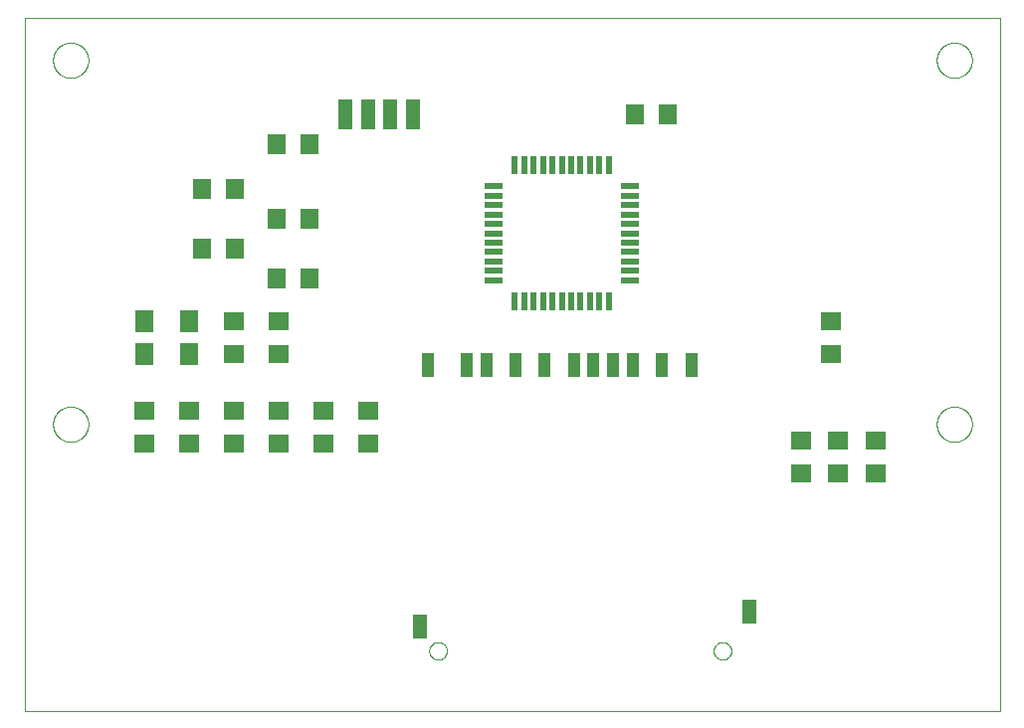
<source format=gtp>
G75*
%MOIN*%
%OFA0B0*%
%FSLAX25Y25*%
%IPPOS*%
%LPD*%
%AMOC8*
5,1,8,0,0,1.08239X$1,22.5*
%
%ADD10C,0.00000*%
%ADD11R,0.06299X0.07087*%
%ADD12R,0.05906X0.07677*%
%ADD13R,0.07087X0.06299*%
%ADD14R,0.05906X0.01969*%
%ADD15R,0.01969X0.05906*%
%ADD16R,0.03937X0.07874*%
%ADD17R,0.04724X0.07874*%
%ADD18R,0.05000X0.10000*%
D10*
X0001500Y0001500D02*
X0001500Y0233783D01*
X0328272Y0233783D01*
X0328272Y0001500D01*
X0001500Y0001500D01*
X0011094Y0097500D02*
X0011096Y0097653D01*
X0011102Y0097807D01*
X0011112Y0097960D01*
X0011126Y0098112D01*
X0011144Y0098265D01*
X0011166Y0098416D01*
X0011191Y0098567D01*
X0011221Y0098718D01*
X0011255Y0098868D01*
X0011292Y0099016D01*
X0011333Y0099164D01*
X0011378Y0099310D01*
X0011427Y0099456D01*
X0011480Y0099600D01*
X0011536Y0099742D01*
X0011596Y0099883D01*
X0011660Y0100023D01*
X0011727Y0100161D01*
X0011798Y0100297D01*
X0011873Y0100431D01*
X0011950Y0100563D01*
X0012032Y0100693D01*
X0012116Y0100821D01*
X0012204Y0100947D01*
X0012295Y0101070D01*
X0012389Y0101191D01*
X0012487Y0101309D01*
X0012587Y0101425D01*
X0012691Y0101538D01*
X0012797Y0101649D01*
X0012906Y0101757D01*
X0013018Y0101862D01*
X0013132Y0101963D01*
X0013250Y0102062D01*
X0013369Y0102158D01*
X0013491Y0102251D01*
X0013616Y0102340D01*
X0013743Y0102427D01*
X0013872Y0102509D01*
X0014003Y0102589D01*
X0014136Y0102665D01*
X0014271Y0102738D01*
X0014408Y0102807D01*
X0014547Y0102872D01*
X0014687Y0102934D01*
X0014829Y0102992D01*
X0014972Y0103047D01*
X0015117Y0103098D01*
X0015263Y0103145D01*
X0015410Y0103188D01*
X0015558Y0103227D01*
X0015707Y0103263D01*
X0015857Y0103294D01*
X0016008Y0103322D01*
X0016159Y0103346D01*
X0016312Y0103366D01*
X0016464Y0103382D01*
X0016617Y0103394D01*
X0016770Y0103402D01*
X0016923Y0103406D01*
X0017077Y0103406D01*
X0017230Y0103402D01*
X0017383Y0103394D01*
X0017536Y0103382D01*
X0017688Y0103366D01*
X0017841Y0103346D01*
X0017992Y0103322D01*
X0018143Y0103294D01*
X0018293Y0103263D01*
X0018442Y0103227D01*
X0018590Y0103188D01*
X0018737Y0103145D01*
X0018883Y0103098D01*
X0019028Y0103047D01*
X0019171Y0102992D01*
X0019313Y0102934D01*
X0019453Y0102872D01*
X0019592Y0102807D01*
X0019729Y0102738D01*
X0019864Y0102665D01*
X0019997Y0102589D01*
X0020128Y0102509D01*
X0020257Y0102427D01*
X0020384Y0102340D01*
X0020509Y0102251D01*
X0020631Y0102158D01*
X0020750Y0102062D01*
X0020868Y0101963D01*
X0020982Y0101862D01*
X0021094Y0101757D01*
X0021203Y0101649D01*
X0021309Y0101538D01*
X0021413Y0101425D01*
X0021513Y0101309D01*
X0021611Y0101191D01*
X0021705Y0101070D01*
X0021796Y0100947D01*
X0021884Y0100821D01*
X0021968Y0100693D01*
X0022050Y0100563D01*
X0022127Y0100431D01*
X0022202Y0100297D01*
X0022273Y0100161D01*
X0022340Y0100023D01*
X0022404Y0099883D01*
X0022464Y0099742D01*
X0022520Y0099600D01*
X0022573Y0099456D01*
X0022622Y0099310D01*
X0022667Y0099164D01*
X0022708Y0099016D01*
X0022745Y0098868D01*
X0022779Y0098718D01*
X0022809Y0098567D01*
X0022834Y0098416D01*
X0022856Y0098265D01*
X0022874Y0098112D01*
X0022888Y0097960D01*
X0022898Y0097807D01*
X0022904Y0097653D01*
X0022906Y0097500D01*
X0022904Y0097347D01*
X0022898Y0097193D01*
X0022888Y0097040D01*
X0022874Y0096888D01*
X0022856Y0096735D01*
X0022834Y0096584D01*
X0022809Y0096433D01*
X0022779Y0096282D01*
X0022745Y0096132D01*
X0022708Y0095984D01*
X0022667Y0095836D01*
X0022622Y0095690D01*
X0022573Y0095544D01*
X0022520Y0095400D01*
X0022464Y0095258D01*
X0022404Y0095117D01*
X0022340Y0094977D01*
X0022273Y0094839D01*
X0022202Y0094703D01*
X0022127Y0094569D01*
X0022050Y0094437D01*
X0021968Y0094307D01*
X0021884Y0094179D01*
X0021796Y0094053D01*
X0021705Y0093930D01*
X0021611Y0093809D01*
X0021513Y0093691D01*
X0021413Y0093575D01*
X0021309Y0093462D01*
X0021203Y0093351D01*
X0021094Y0093243D01*
X0020982Y0093138D01*
X0020868Y0093037D01*
X0020750Y0092938D01*
X0020631Y0092842D01*
X0020509Y0092749D01*
X0020384Y0092660D01*
X0020257Y0092573D01*
X0020128Y0092491D01*
X0019997Y0092411D01*
X0019864Y0092335D01*
X0019729Y0092262D01*
X0019592Y0092193D01*
X0019453Y0092128D01*
X0019313Y0092066D01*
X0019171Y0092008D01*
X0019028Y0091953D01*
X0018883Y0091902D01*
X0018737Y0091855D01*
X0018590Y0091812D01*
X0018442Y0091773D01*
X0018293Y0091737D01*
X0018143Y0091706D01*
X0017992Y0091678D01*
X0017841Y0091654D01*
X0017688Y0091634D01*
X0017536Y0091618D01*
X0017383Y0091606D01*
X0017230Y0091598D01*
X0017077Y0091594D01*
X0016923Y0091594D01*
X0016770Y0091598D01*
X0016617Y0091606D01*
X0016464Y0091618D01*
X0016312Y0091634D01*
X0016159Y0091654D01*
X0016008Y0091678D01*
X0015857Y0091706D01*
X0015707Y0091737D01*
X0015558Y0091773D01*
X0015410Y0091812D01*
X0015263Y0091855D01*
X0015117Y0091902D01*
X0014972Y0091953D01*
X0014829Y0092008D01*
X0014687Y0092066D01*
X0014547Y0092128D01*
X0014408Y0092193D01*
X0014271Y0092262D01*
X0014136Y0092335D01*
X0014003Y0092411D01*
X0013872Y0092491D01*
X0013743Y0092573D01*
X0013616Y0092660D01*
X0013491Y0092749D01*
X0013369Y0092842D01*
X0013250Y0092938D01*
X0013132Y0093037D01*
X0013018Y0093138D01*
X0012906Y0093243D01*
X0012797Y0093351D01*
X0012691Y0093462D01*
X0012587Y0093575D01*
X0012487Y0093691D01*
X0012389Y0093809D01*
X0012295Y0093930D01*
X0012204Y0094053D01*
X0012116Y0094179D01*
X0012032Y0094307D01*
X0011950Y0094437D01*
X0011873Y0094569D01*
X0011798Y0094703D01*
X0011727Y0094839D01*
X0011660Y0094977D01*
X0011596Y0095117D01*
X0011536Y0095258D01*
X0011480Y0095400D01*
X0011427Y0095544D01*
X0011378Y0095690D01*
X0011333Y0095836D01*
X0011292Y0095984D01*
X0011255Y0096132D01*
X0011221Y0096282D01*
X0011191Y0096433D01*
X0011166Y0096584D01*
X0011144Y0096735D01*
X0011126Y0096888D01*
X0011112Y0097040D01*
X0011102Y0097193D01*
X0011096Y0097347D01*
X0011094Y0097500D01*
X0137090Y0021541D02*
X0137092Y0021649D01*
X0137098Y0021758D01*
X0137108Y0021866D01*
X0137122Y0021973D01*
X0137140Y0022080D01*
X0137161Y0022187D01*
X0137187Y0022292D01*
X0137217Y0022397D01*
X0137250Y0022500D01*
X0137287Y0022602D01*
X0137328Y0022702D01*
X0137372Y0022801D01*
X0137421Y0022899D01*
X0137472Y0022994D01*
X0137527Y0023087D01*
X0137586Y0023179D01*
X0137648Y0023268D01*
X0137713Y0023355D01*
X0137781Y0023439D01*
X0137852Y0023521D01*
X0137926Y0023600D01*
X0138003Y0023676D01*
X0138083Y0023750D01*
X0138166Y0023820D01*
X0138251Y0023888D01*
X0138338Y0023952D01*
X0138428Y0024013D01*
X0138520Y0024071D01*
X0138614Y0024125D01*
X0138710Y0024176D01*
X0138807Y0024223D01*
X0138907Y0024267D01*
X0139008Y0024307D01*
X0139110Y0024343D01*
X0139213Y0024375D01*
X0139318Y0024404D01*
X0139424Y0024428D01*
X0139530Y0024449D01*
X0139637Y0024466D01*
X0139745Y0024479D01*
X0139853Y0024488D01*
X0139962Y0024493D01*
X0140070Y0024494D01*
X0140179Y0024491D01*
X0140287Y0024484D01*
X0140395Y0024473D01*
X0140502Y0024458D01*
X0140609Y0024439D01*
X0140715Y0024416D01*
X0140820Y0024390D01*
X0140925Y0024359D01*
X0141027Y0024325D01*
X0141129Y0024287D01*
X0141229Y0024245D01*
X0141328Y0024200D01*
X0141425Y0024151D01*
X0141519Y0024098D01*
X0141612Y0024042D01*
X0141703Y0023983D01*
X0141792Y0023920D01*
X0141878Y0023855D01*
X0141962Y0023786D01*
X0142043Y0023714D01*
X0142121Y0023639D01*
X0142197Y0023561D01*
X0142270Y0023480D01*
X0142340Y0023397D01*
X0142406Y0023312D01*
X0142470Y0023224D01*
X0142530Y0023133D01*
X0142587Y0023041D01*
X0142640Y0022946D01*
X0142690Y0022850D01*
X0142736Y0022752D01*
X0142779Y0022652D01*
X0142818Y0022551D01*
X0142853Y0022448D01*
X0142885Y0022345D01*
X0142912Y0022240D01*
X0142936Y0022134D01*
X0142956Y0022027D01*
X0142972Y0021920D01*
X0142984Y0021812D01*
X0142992Y0021704D01*
X0142996Y0021595D01*
X0142996Y0021487D01*
X0142992Y0021378D01*
X0142984Y0021270D01*
X0142972Y0021162D01*
X0142956Y0021055D01*
X0142936Y0020948D01*
X0142912Y0020842D01*
X0142885Y0020737D01*
X0142853Y0020634D01*
X0142818Y0020531D01*
X0142779Y0020430D01*
X0142736Y0020330D01*
X0142690Y0020232D01*
X0142640Y0020136D01*
X0142587Y0020041D01*
X0142530Y0019949D01*
X0142470Y0019858D01*
X0142406Y0019770D01*
X0142340Y0019685D01*
X0142270Y0019602D01*
X0142197Y0019521D01*
X0142121Y0019443D01*
X0142043Y0019368D01*
X0141962Y0019296D01*
X0141878Y0019227D01*
X0141792Y0019162D01*
X0141703Y0019099D01*
X0141612Y0019040D01*
X0141520Y0018984D01*
X0141425Y0018931D01*
X0141328Y0018882D01*
X0141229Y0018837D01*
X0141129Y0018795D01*
X0141027Y0018757D01*
X0140925Y0018723D01*
X0140820Y0018692D01*
X0140715Y0018666D01*
X0140609Y0018643D01*
X0140502Y0018624D01*
X0140395Y0018609D01*
X0140287Y0018598D01*
X0140179Y0018591D01*
X0140070Y0018588D01*
X0139962Y0018589D01*
X0139853Y0018594D01*
X0139745Y0018603D01*
X0139637Y0018616D01*
X0139530Y0018633D01*
X0139424Y0018654D01*
X0139318Y0018678D01*
X0139213Y0018707D01*
X0139110Y0018739D01*
X0139008Y0018775D01*
X0138907Y0018815D01*
X0138807Y0018859D01*
X0138710Y0018906D01*
X0138614Y0018957D01*
X0138520Y0019011D01*
X0138428Y0019069D01*
X0138338Y0019130D01*
X0138251Y0019194D01*
X0138166Y0019262D01*
X0138083Y0019332D01*
X0138003Y0019406D01*
X0137926Y0019482D01*
X0137852Y0019561D01*
X0137781Y0019643D01*
X0137713Y0019727D01*
X0137648Y0019814D01*
X0137586Y0019903D01*
X0137527Y0019995D01*
X0137472Y0020088D01*
X0137421Y0020183D01*
X0137372Y0020281D01*
X0137328Y0020380D01*
X0137287Y0020480D01*
X0137250Y0020582D01*
X0137217Y0020685D01*
X0137187Y0020790D01*
X0137161Y0020895D01*
X0137140Y0021002D01*
X0137122Y0021109D01*
X0137108Y0021216D01*
X0137098Y0021324D01*
X0137092Y0021433D01*
X0137090Y0021541D01*
X0232366Y0021541D02*
X0232368Y0021649D01*
X0232374Y0021758D01*
X0232384Y0021866D01*
X0232398Y0021973D01*
X0232416Y0022080D01*
X0232437Y0022187D01*
X0232463Y0022292D01*
X0232493Y0022397D01*
X0232526Y0022500D01*
X0232563Y0022602D01*
X0232604Y0022702D01*
X0232648Y0022801D01*
X0232697Y0022899D01*
X0232748Y0022994D01*
X0232803Y0023087D01*
X0232862Y0023179D01*
X0232924Y0023268D01*
X0232989Y0023355D01*
X0233057Y0023439D01*
X0233128Y0023521D01*
X0233202Y0023600D01*
X0233279Y0023676D01*
X0233359Y0023750D01*
X0233442Y0023820D01*
X0233527Y0023888D01*
X0233614Y0023952D01*
X0233704Y0024013D01*
X0233796Y0024071D01*
X0233890Y0024125D01*
X0233986Y0024176D01*
X0234083Y0024223D01*
X0234183Y0024267D01*
X0234284Y0024307D01*
X0234386Y0024343D01*
X0234489Y0024375D01*
X0234594Y0024404D01*
X0234700Y0024428D01*
X0234806Y0024449D01*
X0234913Y0024466D01*
X0235021Y0024479D01*
X0235129Y0024488D01*
X0235238Y0024493D01*
X0235346Y0024494D01*
X0235455Y0024491D01*
X0235563Y0024484D01*
X0235671Y0024473D01*
X0235778Y0024458D01*
X0235885Y0024439D01*
X0235991Y0024416D01*
X0236096Y0024390D01*
X0236201Y0024359D01*
X0236303Y0024325D01*
X0236405Y0024287D01*
X0236505Y0024245D01*
X0236604Y0024200D01*
X0236701Y0024151D01*
X0236795Y0024098D01*
X0236888Y0024042D01*
X0236979Y0023983D01*
X0237068Y0023920D01*
X0237154Y0023855D01*
X0237238Y0023786D01*
X0237319Y0023714D01*
X0237397Y0023639D01*
X0237473Y0023561D01*
X0237546Y0023480D01*
X0237616Y0023397D01*
X0237682Y0023312D01*
X0237746Y0023224D01*
X0237806Y0023133D01*
X0237863Y0023041D01*
X0237916Y0022946D01*
X0237966Y0022850D01*
X0238012Y0022752D01*
X0238055Y0022652D01*
X0238094Y0022551D01*
X0238129Y0022448D01*
X0238161Y0022345D01*
X0238188Y0022240D01*
X0238212Y0022134D01*
X0238232Y0022027D01*
X0238248Y0021920D01*
X0238260Y0021812D01*
X0238268Y0021704D01*
X0238272Y0021595D01*
X0238272Y0021487D01*
X0238268Y0021378D01*
X0238260Y0021270D01*
X0238248Y0021162D01*
X0238232Y0021055D01*
X0238212Y0020948D01*
X0238188Y0020842D01*
X0238161Y0020737D01*
X0238129Y0020634D01*
X0238094Y0020531D01*
X0238055Y0020430D01*
X0238012Y0020330D01*
X0237966Y0020232D01*
X0237916Y0020136D01*
X0237863Y0020041D01*
X0237806Y0019949D01*
X0237746Y0019858D01*
X0237682Y0019770D01*
X0237616Y0019685D01*
X0237546Y0019602D01*
X0237473Y0019521D01*
X0237397Y0019443D01*
X0237319Y0019368D01*
X0237238Y0019296D01*
X0237154Y0019227D01*
X0237068Y0019162D01*
X0236979Y0019099D01*
X0236888Y0019040D01*
X0236796Y0018984D01*
X0236701Y0018931D01*
X0236604Y0018882D01*
X0236505Y0018837D01*
X0236405Y0018795D01*
X0236303Y0018757D01*
X0236201Y0018723D01*
X0236096Y0018692D01*
X0235991Y0018666D01*
X0235885Y0018643D01*
X0235778Y0018624D01*
X0235671Y0018609D01*
X0235563Y0018598D01*
X0235455Y0018591D01*
X0235346Y0018588D01*
X0235238Y0018589D01*
X0235129Y0018594D01*
X0235021Y0018603D01*
X0234913Y0018616D01*
X0234806Y0018633D01*
X0234700Y0018654D01*
X0234594Y0018678D01*
X0234489Y0018707D01*
X0234386Y0018739D01*
X0234284Y0018775D01*
X0234183Y0018815D01*
X0234083Y0018859D01*
X0233986Y0018906D01*
X0233890Y0018957D01*
X0233796Y0019011D01*
X0233704Y0019069D01*
X0233614Y0019130D01*
X0233527Y0019194D01*
X0233442Y0019262D01*
X0233359Y0019332D01*
X0233279Y0019406D01*
X0233202Y0019482D01*
X0233128Y0019561D01*
X0233057Y0019643D01*
X0232989Y0019727D01*
X0232924Y0019814D01*
X0232862Y0019903D01*
X0232803Y0019995D01*
X0232748Y0020088D01*
X0232697Y0020183D01*
X0232648Y0020281D01*
X0232604Y0020380D01*
X0232563Y0020480D01*
X0232526Y0020582D01*
X0232493Y0020685D01*
X0232463Y0020790D01*
X0232437Y0020895D01*
X0232416Y0021002D01*
X0232398Y0021109D01*
X0232384Y0021216D01*
X0232374Y0021324D01*
X0232368Y0021433D01*
X0232366Y0021541D01*
X0307094Y0097500D02*
X0307096Y0097653D01*
X0307102Y0097807D01*
X0307112Y0097960D01*
X0307126Y0098112D01*
X0307144Y0098265D01*
X0307166Y0098416D01*
X0307191Y0098567D01*
X0307221Y0098718D01*
X0307255Y0098868D01*
X0307292Y0099016D01*
X0307333Y0099164D01*
X0307378Y0099310D01*
X0307427Y0099456D01*
X0307480Y0099600D01*
X0307536Y0099742D01*
X0307596Y0099883D01*
X0307660Y0100023D01*
X0307727Y0100161D01*
X0307798Y0100297D01*
X0307873Y0100431D01*
X0307950Y0100563D01*
X0308032Y0100693D01*
X0308116Y0100821D01*
X0308204Y0100947D01*
X0308295Y0101070D01*
X0308389Y0101191D01*
X0308487Y0101309D01*
X0308587Y0101425D01*
X0308691Y0101538D01*
X0308797Y0101649D01*
X0308906Y0101757D01*
X0309018Y0101862D01*
X0309132Y0101963D01*
X0309250Y0102062D01*
X0309369Y0102158D01*
X0309491Y0102251D01*
X0309616Y0102340D01*
X0309743Y0102427D01*
X0309872Y0102509D01*
X0310003Y0102589D01*
X0310136Y0102665D01*
X0310271Y0102738D01*
X0310408Y0102807D01*
X0310547Y0102872D01*
X0310687Y0102934D01*
X0310829Y0102992D01*
X0310972Y0103047D01*
X0311117Y0103098D01*
X0311263Y0103145D01*
X0311410Y0103188D01*
X0311558Y0103227D01*
X0311707Y0103263D01*
X0311857Y0103294D01*
X0312008Y0103322D01*
X0312159Y0103346D01*
X0312312Y0103366D01*
X0312464Y0103382D01*
X0312617Y0103394D01*
X0312770Y0103402D01*
X0312923Y0103406D01*
X0313077Y0103406D01*
X0313230Y0103402D01*
X0313383Y0103394D01*
X0313536Y0103382D01*
X0313688Y0103366D01*
X0313841Y0103346D01*
X0313992Y0103322D01*
X0314143Y0103294D01*
X0314293Y0103263D01*
X0314442Y0103227D01*
X0314590Y0103188D01*
X0314737Y0103145D01*
X0314883Y0103098D01*
X0315028Y0103047D01*
X0315171Y0102992D01*
X0315313Y0102934D01*
X0315453Y0102872D01*
X0315592Y0102807D01*
X0315729Y0102738D01*
X0315864Y0102665D01*
X0315997Y0102589D01*
X0316128Y0102509D01*
X0316257Y0102427D01*
X0316384Y0102340D01*
X0316509Y0102251D01*
X0316631Y0102158D01*
X0316750Y0102062D01*
X0316868Y0101963D01*
X0316982Y0101862D01*
X0317094Y0101757D01*
X0317203Y0101649D01*
X0317309Y0101538D01*
X0317413Y0101425D01*
X0317513Y0101309D01*
X0317611Y0101191D01*
X0317705Y0101070D01*
X0317796Y0100947D01*
X0317884Y0100821D01*
X0317968Y0100693D01*
X0318050Y0100563D01*
X0318127Y0100431D01*
X0318202Y0100297D01*
X0318273Y0100161D01*
X0318340Y0100023D01*
X0318404Y0099883D01*
X0318464Y0099742D01*
X0318520Y0099600D01*
X0318573Y0099456D01*
X0318622Y0099310D01*
X0318667Y0099164D01*
X0318708Y0099016D01*
X0318745Y0098868D01*
X0318779Y0098718D01*
X0318809Y0098567D01*
X0318834Y0098416D01*
X0318856Y0098265D01*
X0318874Y0098112D01*
X0318888Y0097960D01*
X0318898Y0097807D01*
X0318904Y0097653D01*
X0318906Y0097500D01*
X0318904Y0097347D01*
X0318898Y0097193D01*
X0318888Y0097040D01*
X0318874Y0096888D01*
X0318856Y0096735D01*
X0318834Y0096584D01*
X0318809Y0096433D01*
X0318779Y0096282D01*
X0318745Y0096132D01*
X0318708Y0095984D01*
X0318667Y0095836D01*
X0318622Y0095690D01*
X0318573Y0095544D01*
X0318520Y0095400D01*
X0318464Y0095258D01*
X0318404Y0095117D01*
X0318340Y0094977D01*
X0318273Y0094839D01*
X0318202Y0094703D01*
X0318127Y0094569D01*
X0318050Y0094437D01*
X0317968Y0094307D01*
X0317884Y0094179D01*
X0317796Y0094053D01*
X0317705Y0093930D01*
X0317611Y0093809D01*
X0317513Y0093691D01*
X0317413Y0093575D01*
X0317309Y0093462D01*
X0317203Y0093351D01*
X0317094Y0093243D01*
X0316982Y0093138D01*
X0316868Y0093037D01*
X0316750Y0092938D01*
X0316631Y0092842D01*
X0316509Y0092749D01*
X0316384Y0092660D01*
X0316257Y0092573D01*
X0316128Y0092491D01*
X0315997Y0092411D01*
X0315864Y0092335D01*
X0315729Y0092262D01*
X0315592Y0092193D01*
X0315453Y0092128D01*
X0315313Y0092066D01*
X0315171Y0092008D01*
X0315028Y0091953D01*
X0314883Y0091902D01*
X0314737Y0091855D01*
X0314590Y0091812D01*
X0314442Y0091773D01*
X0314293Y0091737D01*
X0314143Y0091706D01*
X0313992Y0091678D01*
X0313841Y0091654D01*
X0313688Y0091634D01*
X0313536Y0091618D01*
X0313383Y0091606D01*
X0313230Y0091598D01*
X0313077Y0091594D01*
X0312923Y0091594D01*
X0312770Y0091598D01*
X0312617Y0091606D01*
X0312464Y0091618D01*
X0312312Y0091634D01*
X0312159Y0091654D01*
X0312008Y0091678D01*
X0311857Y0091706D01*
X0311707Y0091737D01*
X0311558Y0091773D01*
X0311410Y0091812D01*
X0311263Y0091855D01*
X0311117Y0091902D01*
X0310972Y0091953D01*
X0310829Y0092008D01*
X0310687Y0092066D01*
X0310547Y0092128D01*
X0310408Y0092193D01*
X0310271Y0092262D01*
X0310136Y0092335D01*
X0310003Y0092411D01*
X0309872Y0092491D01*
X0309743Y0092573D01*
X0309616Y0092660D01*
X0309491Y0092749D01*
X0309369Y0092842D01*
X0309250Y0092938D01*
X0309132Y0093037D01*
X0309018Y0093138D01*
X0308906Y0093243D01*
X0308797Y0093351D01*
X0308691Y0093462D01*
X0308587Y0093575D01*
X0308487Y0093691D01*
X0308389Y0093809D01*
X0308295Y0093930D01*
X0308204Y0094053D01*
X0308116Y0094179D01*
X0308032Y0094307D01*
X0307950Y0094437D01*
X0307873Y0094569D01*
X0307798Y0094703D01*
X0307727Y0094839D01*
X0307660Y0094977D01*
X0307596Y0095117D01*
X0307536Y0095258D01*
X0307480Y0095400D01*
X0307427Y0095544D01*
X0307378Y0095690D01*
X0307333Y0095836D01*
X0307292Y0095984D01*
X0307255Y0096132D01*
X0307221Y0096282D01*
X0307191Y0096433D01*
X0307166Y0096584D01*
X0307144Y0096735D01*
X0307126Y0096888D01*
X0307112Y0097040D01*
X0307102Y0097193D01*
X0307096Y0097347D01*
X0307094Y0097500D01*
X0307094Y0219500D02*
X0307096Y0219653D01*
X0307102Y0219807D01*
X0307112Y0219960D01*
X0307126Y0220112D01*
X0307144Y0220265D01*
X0307166Y0220416D01*
X0307191Y0220567D01*
X0307221Y0220718D01*
X0307255Y0220868D01*
X0307292Y0221016D01*
X0307333Y0221164D01*
X0307378Y0221310D01*
X0307427Y0221456D01*
X0307480Y0221600D01*
X0307536Y0221742D01*
X0307596Y0221883D01*
X0307660Y0222023D01*
X0307727Y0222161D01*
X0307798Y0222297D01*
X0307873Y0222431D01*
X0307950Y0222563D01*
X0308032Y0222693D01*
X0308116Y0222821D01*
X0308204Y0222947D01*
X0308295Y0223070D01*
X0308389Y0223191D01*
X0308487Y0223309D01*
X0308587Y0223425D01*
X0308691Y0223538D01*
X0308797Y0223649D01*
X0308906Y0223757D01*
X0309018Y0223862D01*
X0309132Y0223963D01*
X0309250Y0224062D01*
X0309369Y0224158D01*
X0309491Y0224251D01*
X0309616Y0224340D01*
X0309743Y0224427D01*
X0309872Y0224509D01*
X0310003Y0224589D01*
X0310136Y0224665D01*
X0310271Y0224738D01*
X0310408Y0224807D01*
X0310547Y0224872D01*
X0310687Y0224934D01*
X0310829Y0224992D01*
X0310972Y0225047D01*
X0311117Y0225098D01*
X0311263Y0225145D01*
X0311410Y0225188D01*
X0311558Y0225227D01*
X0311707Y0225263D01*
X0311857Y0225294D01*
X0312008Y0225322D01*
X0312159Y0225346D01*
X0312312Y0225366D01*
X0312464Y0225382D01*
X0312617Y0225394D01*
X0312770Y0225402D01*
X0312923Y0225406D01*
X0313077Y0225406D01*
X0313230Y0225402D01*
X0313383Y0225394D01*
X0313536Y0225382D01*
X0313688Y0225366D01*
X0313841Y0225346D01*
X0313992Y0225322D01*
X0314143Y0225294D01*
X0314293Y0225263D01*
X0314442Y0225227D01*
X0314590Y0225188D01*
X0314737Y0225145D01*
X0314883Y0225098D01*
X0315028Y0225047D01*
X0315171Y0224992D01*
X0315313Y0224934D01*
X0315453Y0224872D01*
X0315592Y0224807D01*
X0315729Y0224738D01*
X0315864Y0224665D01*
X0315997Y0224589D01*
X0316128Y0224509D01*
X0316257Y0224427D01*
X0316384Y0224340D01*
X0316509Y0224251D01*
X0316631Y0224158D01*
X0316750Y0224062D01*
X0316868Y0223963D01*
X0316982Y0223862D01*
X0317094Y0223757D01*
X0317203Y0223649D01*
X0317309Y0223538D01*
X0317413Y0223425D01*
X0317513Y0223309D01*
X0317611Y0223191D01*
X0317705Y0223070D01*
X0317796Y0222947D01*
X0317884Y0222821D01*
X0317968Y0222693D01*
X0318050Y0222563D01*
X0318127Y0222431D01*
X0318202Y0222297D01*
X0318273Y0222161D01*
X0318340Y0222023D01*
X0318404Y0221883D01*
X0318464Y0221742D01*
X0318520Y0221600D01*
X0318573Y0221456D01*
X0318622Y0221310D01*
X0318667Y0221164D01*
X0318708Y0221016D01*
X0318745Y0220868D01*
X0318779Y0220718D01*
X0318809Y0220567D01*
X0318834Y0220416D01*
X0318856Y0220265D01*
X0318874Y0220112D01*
X0318888Y0219960D01*
X0318898Y0219807D01*
X0318904Y0219653D01*
X0318906Y0219500D01*
X0318904Y0219347D01*
X0318898Y0219193D01*
X0318888Y0219040D01*
X0318874Y0218888D01*
X0318856Y0218735D01*
X0318834Y0218584D01*
X0318809Y0218433D01*
X0318779Y0218282D01*
X0318745Y0218132D01*
X0318708Y0217984D01*
X0318667Y0217836D01*
X0318622Y0217690D01*
X0318573Y0217544D01*
X0318520Y0217400D01*
X0318464Y0217258D01*
X0318404Y0217117D01*
X0318340Y0216977D01*
X0318273Y0216839D01*
X0318202Y0216703D01*
X0318127Y0216569D01*
X0318050Y0216437D01*
X0317968Y0216307D01*
X0317884Y0216179D01*
X0317796Y0216053D01*
X0317705Y0215930D01*
X0317611Y0215809D01*
X0317513Y0215691D01*
X0317413Y0215575D01*
X0317309Y0215462D01*
X0317203Y0215351D01*
X0317094Y0215243D01*
X0316982Y0215138D01*
X0316868Y0215037D01*
X0316750Y0214938D01*
X0316631Y0214842D01*
X0316509Y0214749D01*
X0316384Y0214660D01*
X0316257Y0214573D01*
X0316128Y0214491D01*
X0315997Y0214411D01*
X0315864Y0214335D01*
X0315729Y0214262D01*
X0315592Y0214193D01*
X0315453Y0214128D01*
X0315313Y0214066D01*
X0315171Y0214008D01*
X0315028Y0213953D01*
X0314883Y0213902D01*
X0314737Y0213855D01*
X0314590Y0213812D01*
X0314442Y0213773D01*
X0314293Y0213737D01*
X0314143Y0213706D01*
X0313992Y0213678D01*
X0313841Y0213654D01*
X0313688Y0213634D01*
X0313536Y0213618D01*
X0313383Y0213606D01*
X0313230Y0213598D01*
X0313077Y0213594D01*
X0312923Y0213594D01*
X0312770Y0213598D01*
X0312617Y0213606D01*
X0312464Y0213618D01*
X0312312Y0213634D01*
X0312159Y0213654D01*
X0312008Y0213678D01*
X0311857Y0213706D01*
X0311707Y0213737D01*
X0311558Y0213773D01*
X0311410Y0213812D01*
X0311263Y0213855D01*
X0311117Y0213902D01*
X0310972Y0213953D01*
X0310829Y0214008D01*
X0310687Y0214066D01*
X0310547Y0214128D01*
X0310408Y0214193D01*
X0310271Y0214262D01*
X0310136Y0214335D01*
X0310003Y0214411D01*
X0309872Y0214491D01*
X0309743Y0214573D01*
X0309616Y0214660D01*
X0309491Y0214749D01*
X0309369Y0214842D01*
X0309250Y0214938D01*
X0309132Y0215037D01*
X0309018Y0215138D01*
X0308906Y0215243D01*
X0308797Y0215351D01*
X0308691Y0215462D01*
X0308587Y0215575D01*
X0308487Y0215691D01*
X0308389Y0215809D01*
X0308295Y0215930D01*
X0308204Y0216053D01*
X0308116Y0216179D01*
X0308032Y0216307D01*
X0307950Y0216437D01*
X0307873Y0216569D01*
X0307798Y0216703D01*
X0307727Y0216839D01*
X0307660Y0216977D01*
X0307596Y0217117D01*
X0307536Y0217258D01*
X0307480Y0217400D01*
X0307427Y0217544D01*
X0307378Y0217690D01*
X0307333Y0217836D01*
X0307292Y0217984D01*
X0307255Y0218132D01*
X0307221Y0218282D01*
X0307191Y0218433D01*
X0307166Y0218584D01*
X0307144Y0218735D01*
X0307126Y0218888D01*
X0307112Y0219040D01*
X0307102Y0219193D01*
X0307096Y0219347D01*
X0307094Y0219500D01*
X0011094Y0219500D02*
X0011096Y0219653D01*
X0011102Y0219807D01*
X0011112Y0219960D01*
X0011126Y0220112D01*
X0011144Y0220265D01*
X0011166Y0220416D01*
X0011191Y0220567D01*
X0011221Y0220718D01*
X0011255Y0220868D01*
X0011292Y0221016D01*
X0011333Y0221164D01*
X0011378Y0221310D01*
X0011427Y0221456D01*
X0011480Y0221600D01*
X0011536Y0221742D01*
X0011596Y0221883D01*
X0011660Y0222023D01*
X0011727Y0222161D01*
X0011798Y0222297D01*
X0011873Y0222431D01*
X0011950Y0222563D01*
X0012032Y0222693D01*
X0012116Y0222821D01*
X0012204Y0222947D01*
X0012295Y0223070D01*
X0012389Y0223191D01*
X0012487Y0223309D01*
X0012587Y0223425D01*
X0012691Y0223538D01*
X0012797Y0223649D01*
X0012906Y0223757D01*
X0013018Y0223862D01*
X0013132Y0223963D01*
X0013250Y0224062D01*
X0013369Y0224158D01*
X0013491Y0224251D01*
X0013616Y0224340D01*
X0013743Y0224427D01*
X0013872Y0224509D01*
X0014003Y0224589D01*
X0014136Y0224665D01*
X0014271Y0224738D01*
X0014408Y0224807D01*
X0014547Y0224872D01*
X0014687Y0224934D01*
X0014829Y0224992D01*
X0014972Y0225047D01*
X0015117Y0225098D01*
X0015263Y0225145D01*
X0015410Y0225188D01*
X0015558Y0225227D01*
X0015707Y0225263D01*
X0015857Y0225294D01*
X0016008Y0225322D01*
X0016159Y0225346D01*
X0016312Y0225366D01*
X0016464Y0225382D01*
X0016617Y0225394D01*
X0016770Y0225402D01*
X0016923Y0225406D01*
X0017077Y0225406D01*
X0017230Y0225402D01*
X0017383Y0225394D01*
X0017536Y0225382D01*
X0017688Y0225366D01*
X0017841Y0225346D01*
X0017992Y0225322D01*
X0018143Y0225294D01*
X0018293Y0225263D01*
X0018442Y0225227D01*
X0018590Y0225188D01*
X0018737Y0225145D01*
X0018883Y0225098D01*
X0019028Y0225047D01*
X0019171Y0224992D01*
X0019313Y0224934D01*
X0019453Y0224872D01*
X0019592Y0224807D01*
X0019729Y0224738D01*
X0019864Y0224665D01*
X0019997Y0224589D01*
X0020128Y0224509D01*
X0020257Y0224427D01*
X0020384Y0224340D01*
X0020509Y0224251D01*
X0020631Y0224158D01*
X0020750Y0224062D01*
X0020868Y0223963D01*
X0020982Y0223862D01*
X0021094Y0223757D01*
X0021203Y0223649D01*
X0021309Y0223538D01*
X0021413Y0223425D01*
X0021513Y0223309D01*
X0021611Y0223191D01*
X0021705Y0223070D01*
X0021796Y0222947D01*
X0021884Y0222821D01*
X0021968Y0222693D01*
X0022050Y0222563D01*
X0022127Y0222431D01*
X0022202Y0222297D01*
X0022273Y0222161D01*
X0022340Y0222023D01*
X0022404Y0221883D01*
X0022464Y0221742D01*
X0022520Y0221600D01*
X0022573Y0221456D01*
X0022622Y0221310D01*
X0022667Y0221164D01*
X0022708Y0221016D01*
X0022745Y0220868D01*
X0022779Y0220718D01*
X0022809Y0220567D01*
X0022834Y0220416D01*
X0022856Y0220265D01*
X0022874Y0220112D01*
X0022888Y0219960D01*
X0022898Y0219807D01*
X0022904Y0219653D01*
X0022906Y0219500D01*
X0022904Y0219347D01*
X0022898Y0219193D01*
X0022888Y0219040D01*
X0022874Y0218888D01*
X0022856Y0218735D01*
X0022834Y0218584D01*
X0022809Y0218433D01*
X0022779Y0218282D01*
X0022745Y0218132D01*
X0022708Y0217984D01*
X0022667Y0217836D01*
X0022622Y0217690D01*
X0022573Y0217544D01*
X0022520Y0217400D01*
X0022464Y0217258D01*
X0022404Y0217117D01*
X0022340Y0216977D01*
X0022273Y0216839D01*
X0022202Y0216703D01*
X0022127Y0216569D01*
X0022050Y0216437D01*
X0021968Y0216307D01*
X0021884Y0216179D01*
X0021796Y0216053D01*
X0021705Y0215930D01*
X0021611Y0215809D01*
X0021513Y0215691D01*
X0021413Y0215575D01*
X0021309Y0215462D01*
X0021203Y0215351D01*
X0021094Y0215243D01*
X0020982Y0215138D01*
X0020868Y0215037D01*
X0020750Y0214938D01*
X0020631Y0214842D01*
X0020509Y0214749D01*
X0020384Y0214660D01*
X0020257Y0214573D01*
X0020128Y0214491D01*
X0019997Y0214411D01*
X0019864Y0214335D01*
X0019729Y0214262D01*
X0019592Y0214193D01*
X0019453Y0214128D01*
X0019313Y0214066D01*
X0019171Y0214008D01*
X0019028Y0213953D01*
X0018883Y0213902D01*
X0018737Y0213855D01*
X0018590Y0213812D01*
X0018442Y0213773D01*
X0018293Y0213737D01*
X0018143Y0213706D01*
X0017992Y0213678D01*
X0017841Y0213654D01*
X0017688Y0213634D01*
X0017536Y0213618D01*
X0017383Y0213606D01*
X0017230Y0213598D01*
X0017077Y0213594D01*
X0016923Y0213594D01*
X0016770Y0213598D01*
X0016617Y0213606D01*
X0016464Y0213618D01*
X0016312Y0213634D01*
X0016159Y0213654D01*
X0016008Y0213678D01*
X0015857Y0213706D01*
X0015707Y0213737D01*
X0015558Y0213773D01*
X0015410Y0213812D01*
X0015263Y0213855D01*
X0015117Y0213902D01*
X0014972Y0213953D01*
X0014829Y0214008D01*
X0014687Y0214066D01*
X0014547Y0214128D01*
X0014408Y0214193D01*
X0014271Y0214262D01*
X0014136Y0214335D01*
X0014003Y0214411D01*
X0013872Y0214491D01*
X0013743Y0214573D01*
X0013616Y0214660D01*
X0013491Y0214749D01*
X0013369Y0214842D01*
X0013250Y0214938D01*
X0013132Y0215037D01*
X0013018Y0215138D01*
X0012906Y0215243D01*
X0012797Y0215351D01*
X0012691Y0215462D01*
X0012587Y0215575D01*
X0012487Y0215691D01*
X0012389Y0215809D01*
X0012295Y0215930D01*
X0012204Y0216053D01*
X0012116Y0216179D01*
X0012032Y0216307D01*
X0011950Y0216437D01*
X0011873Y0216569D01*
X0011798Y0216703D01*
X0011727Y0216839D01*
X0011660Y0216977D01*
X0011596Y0217117D01*
X0011536Y0217258D01*
X0011480Y0217400D01*
X0011427Y0217544D01*
X0011378Y0217690D01*
X0011333Y0217836D01*
X0011292Y0217984D01*
X0011255Y0218132D01*
X0011221Y0218282D01*
X0011191Y0218433D01*
X0011166Y0218584D01*
X0011144Y0218735D01*
X0011126Y0218888D01*
X0011112Y0219040D01*
X0011102Y0219193D01*
X0011096Y0219347D01*
X0011094Y0219500D01*
D11*
X0060988Y0176500D03*
X0072012Y0176500D03*
X0085988Y0166500D03*
X0097012Y0166500D03*
X0072012Y0156500D03*
X0060988Y0156500D03*
X0085988Y0146500D03*
X0097012Y0146500D03*
X0097012Y0191500D03*
X0085988Y0191500D03*
X0205988Y0201500D03*
X0217012Y0201500D03*
D12*
X0056500Y0131913D03*
X0056500Y0121087D03*
X0041500Y0121087D03*
X0041500Y0131913D03*
D13*
X0071500Y0132012D03*
X0071500Y0120988D03*
X0086500Y0120988D03*
X0086500Y0132012D03*
X0086500Y0102012D03*
X0071500Y0102012D03*
X0071500Y0090988D03*
X0086500Y0090988D03*
X0101500Y0090988D03*
X0116500Y0090988D03*
X0116500Y0102012D03*
X0101500Y0102012D03*
X0056500Y0102012D03*
X0041500Y0102012D03*
X0041500Y0090988D03*
X0056500Y0090988D03*
X0261500Y0092012D03*
X0261500Y0080988D03*
X0274000Y0080988D03*
X0274000Y0092012D03*
X0286500Y0092012D03*
X0286500Y0080988D03*
X0271500Y0120988D03*
X0271500Y0132012D03*
D14*
X0204335Y0145752D03*
X0204335Y0148902D03*
X0204335Y0152051D03*
X0204335Y0155201D03*
X0204335Y0158350D03*
X0204335Y0161500D03*
X0204335Y0164650D03*
X0204335Y0167799D03*
X0204335Y0170949D03*
X0204335Y0174098D03*
X0204335Y0177248D03*
X0158665Y0177248D03*
X0158665Y0174098D03*
X0158665Y0170949D03*
X0158665Y0167799D03*
X0158665Y0164650D03*
X0158665Y0161500D03*
X0158665Y0158350D03*
X0158665Y0155201D03*
X0158665Y0152051D03*
X0158665Y0148902D03*
X0158665Y0145752D03*
D15*
X0165752Y0138665D03*
X0168902Y0138665D03*
X0172051Y0138665D03*
X0175201Y0138665D03*
X0178350Y0138665D03*
X0181500Y0138665D03*
X0184650Y0138665D03*
X0187799Y0138665D03*
X0190949Y0138665D03*
X0194098Y0138665D03*
X0197248Y0138665D03*
X0197248Y0184335D03*
X0194098Y0184335D03*
X0190949Y0184335D03*
X0187799Y0184335D03*
X0184650Y0184335D03*
X0181500Y0184335D03*
X0178350Y0184335D03*
X0175201Y0184335D03*
X0172051Y0184335D03*
X0168902Y0184335D03*
X0165752Y0184335D03*
D16*
X0165909Y0117250D03*
X0156382Y0117250D03*
X0149689Y0117250D03*
X0136500Y0117250D03*
X0175752Y0117250D03*
X0185594Y0117250D03*
X0192091Y0117250D03*
X0198587Y0117250D03*
X0205280Y0117250D03*
X0215122Y0117250D03*
X0224965Y0117250D03*
D17*
X0244374Y0034533D03*
X0134138Y0029809D03*
D18*
X0131500Y0201500D03*
X0124000Y0201500D03*
X0116500Y0201500D03*
X0109000Y0201500D03*
M02*

</source>
